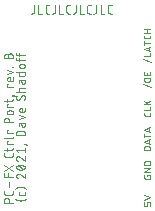
<source format=gbr>
G04 EAGLE Gerber RS-274X export*
G75*
%MOMM*%
%FSLAX34Y34*%
%LPD*%
%INSilkscreen Top*%
%IPPOS*%
%AMOC8*
5,1,8,0,0,1.08239X$1,22.5*%
G01*
%ADD10C,0.050800*%
%ADD11C,0.076200*%


D10*
X131826Y38354D02*
X131826Y40217D01*
X131824Y40287D01*
X131818Y40356D01*
X131808Y40425D01*
X131795Y40493D01*
X131777Y40561D01*
X131756Y40627D01*
X131731Y40692D01*
X131703Y40756D01*
X131671Y40818D01*
X131636Y40878D01*
X131597Y40936D01*
X131555Y40991D01*
X131510Y41045D01*
X131462Y41095D01*
X131412Y41143D01*
X131358Y41188D01*
X131303Y41230D01*
X131245Y41269D01*
X131185Y41304D01*
X131123Y41336D01*
X131059Y41364D01*
X130994Y41389D01*
X130928Y41410D01*
X130860Y41428D01*
X130792Y41441D01*
X130723Y41451D01*
X130654Y41457D01*
X130584Y41459D01*
X130584Y41458D02*
X129963Y41458D01*
X129963Y41459D02*
X129893Y41457D01*
X129824Y41451D01*
X129755Y41441D01*
X129687Y41428D01*
X129619Y41410D01*
X129553Y41389D01*
X129488Y41364D01*
X129424Y41336D01*
X129362Y41304D01*
X129302Y41269D01*
X129244Y41230D01*
X129189Y41188D01*
X129135Y41143D01*
X129085Y41095D01*
X129037Y41045D01*
X128992Y40991D01*
X128950Y40936D01*
X128911Y40878D01*
X128876Y40818D01*
X128844Y40756D01*
X128816Y40692D01*
X128791Y40627D01*
X128770Y40561D01*
X128752Y40493D01*
X128739Y40425D01*
X128729Y40356D01*
X128723Y40287D01*
X128721Y40217D01*
X128722Y40217D02*
X128722Y38354D01*
X126238Y38354D01*
X126238Y41458D01*
X126238Y43530D02*
X131826Y45393D01*
X126238Y47255D01*
X128722Y63387D02*
X128722Y64318D01*
X131826Y64318D01*
X131826Y62456D01*
X131824Y62386D01*
X131818Y62317D01*
X131808Y62248D01*
X131795Y62180D01*
X131777Y62112D01*
X131756Y62046D01*
X131731Y61981D01*
X131703Y61917D01*
X131671Y61855D01*
X131636Y61795D01*
X131597Y61737D01*
X131555Y61682D01*
X131510Y61628D01*
X131462Y61578D01*
X131412Y61530D01*
X131358Y61485D01*
X131303Y61443D01*
X131245Y61404D01*
X131185Y61369D01*
X131123Y61337D01*
X131059Y61309D01*
X130994Y61284D01*
X130928Y61263D01*
X130860Y61245D01*
X130792Y61232D01*
X130723Y61222D01*
X130654Y61216D01*
X130584Y61214D01*
X127480Y61214D01*
X127410Y61216D01*
X127341Y61222D01*
X127272Y61232D01*
X127204Y61245D01*
X127136Y61263D01*
X127070Y61284D01*
X127005Y61309D01*
X126941Y61337D01*
X126879Y61369D01*
X126819Y61404D01*
X126761Y61443D01*
X126706Y61485D01*
X126652Y61530D01*
X126602Y61578D01*
X126554Y61628D01*
X126509Y61682D01*
X126467Y61737D01*
X126428Y61795D01*
X126393Y61855D01*
X126361Y61917D01*
X126333Y61981D01*
X126308Y62046D01*
X126287Y62112D01*
X126269Y62180D01*
X126256Y62248D01*
X126246Y62317D01*
X126240Y62386D01*
X126238Y62456D01*
X126238Y64318D01*
X126238Y67066D02*
X131826Y67066D01*
X131826Y70171D02*
X126238Y67066D01*
X126238Y70171D02*
X131826Y70171D01*
X131826Y72918D02*
X126238Y72918D01*
X126238Y74470D01*
X126240Y74546D01*
X126245Y74622D01*
X126255Y74698D01*
X126268Y74773D01*
X126285Y74847D01*
X126305Y74921D01*
X126329Y74993D01*
X126356Y75064D01*
X126387Y75134D01*
X126421Y75202D01*
X126459Y75268D01*
X126500Y75332D01*
X126543Y75395D01*
X126590Y75455D01*
X126640Y75512D01*
X126693Y75567D01*
X126748Y75620D01*
X126805Y75670D01*
X126865Y75717D01*
X126928Y75760D01*
X126992Y75801D01*
X127058Y75839D01*
X127126Y75873D01*
X127196Y75904D01*
X127267Y75931D01*
X127340Y75955D01*
X127413Y75975D01*
X127487Y75992D01*
X127562Y76005D01*
X127638Y76015D01*
X127714Y76020D01*
X127790Y76022D01*
X127790Y76023D02*
X130274Y76023D01*
X130274Y76022D02*
X130350Y76020D01*
X130426Y76015D01*
X130502Y76005D01*
X130577Y75992D01*
X130651Y75975D01*
X130725Y75955D01*
X130797Y75931D01*
X130868Y75904D01*
X130938Y75873D01*
X131006Y75839D01*
X131072Y75801D01*
X131136Y75760D01*
X131199Y75717D01*
X131259Y75670D01*
X131316Y75620D01*
X131371Y75567D01*
X131424Y75512D01*
X131474Y75455D01*
X131521Y75395D01*
X131564Y75332D01*
X131605Y75268D01*
X131643Y75202D01*
X131677Y75134D01*
X131708Y75064D01*
X131735Y74993D01*
X131759Y74921D01*
X131779Y74847D01*
X131796Y74773D01*
X131809Y74698D01*
X131819Y74622D01*
X131824Y74546D01*
X131826Y74470D01*
X131826Y72918D01*
X131826Y85344D02*
X126238Y85344D01*
X126238Y86896D01*
X126240Y86972D01*
X126245Y87048D01*
X126255Y87124D01*
X126268Y87199D01*
X126285Y87273D01*
X126305Y87347D01*
X126329Y87419D01*
X126356Y87490D01*
X126387Y87560D01*
X126421Y87628D01*
X126459Y87694D01*
X126500Y87758D01*
X126543Y87821D01*
X126590Y87881D01*
X126640Y87938D01*
X126693Y87993D01*
X126748Y88046D01*
X126805Y88096D01*
X126865Y88143D01*
X126928Y88186D01*
X126992Y88227D01*
X127058Y88265D01*
X127126Y88299D01*
X127196Y88330D01*
X127267Y88357D01*
X127340Y88381D01*
X127413Y88401D01*
X127487Y88418D01*
X127562Y88431D01*
X127638Y88441D01*
X127714Y88446D01*
X127790Y88448D01*
X130274Y88448D01*
X130350Y88446D01*
X130426Y88441D01*
X130502Y88431D01*
X130577Y88418D01*
X130651Y88401D01*
X130725Y88381D01*
X130797Y88357D01*
X130868Y88330D01*
X130938Y88299D01*
X131006Y88265D01*
X131072Y88227D01*
X131136Y88186D01*
X131199Y88143D01*
X131259Y88096D01*
X131316Y88046D01*
X131371Y87993D01*
X131424Y87938D01*
X131474Y87881D01*
X131521Y87821D01*
X131564Y87758D01*
X131605Y87694D01*
X131643Y87628D01*
X131677Y87560D01*
X131708Y87490D01*
X131735Y87419D01*
X131759Y87347D01*
X131779Y87273D01*
X131796Y87199D01*
X131809Y87124D01*
X131819Y87048D01*
X131824Y86972D01*
X131826Y86896D01*
X131826Y85344D01*
X131826Y90703D02*
X126238Y92565D01*
X131826Y94428D01*
X130429Y93962D02*
X130429Y91168D01*
X131826Y97686D02*
X126238Y97686D01*
X126238Y96134D02*
X126238Y99238D01*
X126238Y102807D02*
X131826Y100944D01*
X131826Y104669D02*
X126238Y102807D01*
X130429Y104204D02*
X130429Y101410D01*
X131826Y115796D02*
X131826Y117038D01*
X131826Y115796D02*
X131824Y115726D01*
X131818Y115657D01*
X131808Y115588D01*
X131795Y115520D01*
X131777Y115452D01*
X131756Y115386D01*
X131731Y115321D01*
X131703Y115257D01*
X131671Y115195D01*
X131636Y115135D01*
X131597Y115077D01*
X131555Y115022D01*
X131510Y114968D01*
X131462Y114918D01*
X131412Y114870D01*
X131358Y114825D01*
X131303Y114783D01*
X131245Y114744D01*
X131185Y114709D01*
X131123Y114677D01*
X131059Y114649D01*
X130994Y114624D01*
X130928Y114603D01*
X130860Y114585D01*
X130792Y114572D01*
X130723Y114562D01*
X130654Y114556D01*
X130584Y114554D01*
X127480Y114554D01*
X127410Y114556D01*
X127341Y114562D01*
X127272Y114572D01*
X127204Y114585D01*
X127136Y114603D01*
X127070Y114624D01*
X127005Y114649D01*
X126941Y114677D01*
X126879Y114709D01*
X126819Y114744D01*
X126761Y114783D01*
X126706Y114825D01*
X126652Y114870D01*
X126602Y114918D01*
X126554Y114968D01*
X126509Y115022D01*
X126467Y115077D01*
X126428Y115135D01*
X126393Y115195D01*
X126361Y115257D01*
X126333Y115321D01*
X126308Y115386D01*
X126287Y115452D01*
X126269Y115520D01*
X126256Y115588D01*
X126246Y115657D01*
X126240Y115726D01*
X126238Y115796D01*
X126238Y117038D01*
X126238Y119336D02*
X131826Y119336D01*
X131826Y121820D01*
X131826Y124163D02*
X126238Y124163D01*
X126238Y127267D02*
X129653Y124163D01*
X128411Y125405D02*
X131826Y127267D01*
X132447Y138684D02*
X125617Y141168D01*
X127790Y143311D02*
X130274Y143311D01*
X127790Y143312D02*
X127713Y143314D01*
X127635Y143320D01*
X127559Y143329D01*
X127482Y143343D01*
X127407Y143360D01*
X127333Y143381D01*
X127259Y143406D01*
X127187Y143434D01*
X127117Y143466D01*
X127048Y143501D01*
X126981Y143540D01*
X126916Y143582D01*
X126853Y143627D01*
X126792Y143675D01*
X126734Y143726D01*
X126679Y143780D01*
X126626Y143837D01*
X126577Y143896D01*
X126530Y143958D01*
X126486Y144022D01*
X126446Y144088D01*
X126409Y144156D01*
X126375Y144226D01*
X126345Y144297D01*
X126319Y144370D01*
X126296Y144444D01*
X126277Y144519D01*
X126262Y144594D01*
X126250Y144671D01*
X126242Y144748D01*
X126238Y144825D01*
X126238Y144903D01*
X126242Y144980D01*
X126250Y145057D01*
X126262Y145134D01*
X126277Y145209D01*
X126296Y145284D01*
X126319Y145358D01*
X126345Y145431D01*
X126375Y145502D01*
X126409Y145572D01*
X126446Y145640D01*
X126486Y145706D01*
X126530Y145770D01*
X126577Y145832D01*
X126626Y145891D01*
X126679Y145948D01*
X126734Y146002D01*
X126792Y146053D01*
X126853Y146101D01*
X126916Y146146D01*
X126981Y146188D01*
X127048Y146227D01*
X127117Y146262D01*
X127187Y146294D01*
X127259Y146322D01*
X127333Y146347D01*
X127407Y146368D01*
X127482Y146385D01*
X127559Y146399D01*
X127635Y146408D01*
X127713Y146414D01*
X127790Y146416D01*
X130274Y146416D01*
X130351Y146414D01*
X130429Y146408D01*
X130505Y146399D01*
X130582Y146385D01*
X130657Y146368D01*
X130731Y146347D01*
X130805Y146322D01*
X130877Y146294D01*
X130947Y146262D01*
X131016Y146227D01*
X131083Y146188D01*
X131148Y146146D01*
X131211Y146101D01*
X131272Y146053D01*
X131330Y146002D01*
X131385Y145948D01*
X131438Y145891D01*
X131487Y145832D01*
X131534Y145770D01*
X131578Y145706D01*
X131618Y145640D01*
X131655Y145572D01*
X131689Y145502D01*
X131719Y145431D01*
X131745Y145358D01*
X131768Y145284D01*
X131787Y145209D01*
X131802Y145134D01*
X131814Y145057D01*
X131822Y144980D01*
X131826Y144903D01*
X131826Y144825D01*
X131822Y144748D01*
X131814Y144671D01*
X131802Y144594D01*
X131787Y144519D01*
X131768Y144444D01*
X131745Y144370D01*
X131719Y144297D01*
X131689Y144226D01*
X131655Y144156D01*
X131618Y144088D01*
X131578Y144022D01*
X131534Y143958D01*
X131487Y143896D01*
X131438Y143837D01*
X131385Y143780D01*
X131330Y143726D01*
X131272Y143675D01*
X131211Y143627D01*
X131148Y143582D01*
X131083Y143540D01*
X131016Y143501D01*
X130947Y143466D01*
X130877Y143434D01*
X130805Y143406D01*
X130731Y143381D01*
X130657Y143360D01*
X130582Y143343D01*
X130505Y143329D01*
X130429Y143320D01*
X130351Y143314D01*
X130274Y143312D01*
X131826Y148992D02*
X131826Y151475D01*
X131826Y148992D02*
X126238Y148992D01*
X126238Y151475D01*
X128722Y150854D02*
X128722Y148992D01*
X132447Y160274D02*
X125617Y162758D01*
X126238Y165095D02*
X131826Y165095D01*
X131826Y167579D01*
X131826Y169346D02*
X126238Y171208D01*
X131826Y173071D01*
X130429Y172605D02*
X130429Y169811D01*
X131826Y176329D02*
X126238Y176329D01*
X126238Y174777D02*
X126238Y177881D01*
X131826Y181123D02*
X131826Y182365D01*
X131826Y181123D02*
X131824Y181053D01*
X131818Y180984D01*
X131808Y180915D01*
X131795Y180847D01*
X131777Y180779D01*
X131756Y180713D01*
X131731Y180648D01*
X131703Y180584D01*
X131671Y180522D01*
X131636Y180462D01*
X131597Y180404D01*
X131555Y180349D01*
X131510Y180295D01*
X131462Y180245D01*
X131412Y180197D01*
X131358Y180152D01*
X131303Y180110D01*
X131245Y180071D01*
X131185Y180036D01*
X131123Y180004D01*
X131059Y179976D01*
X130994Y179951D01*
X130928Y179930D01*
X130860Y179912D01*
X130792Y179899D01*
X130723Y179889D01*
X130654Y179883D01*
X130584Y179881D01*
X127480Y179881D01*
X127410Y179883D01*
X127341Y179889D01*
X127272Y179899D01*
X127204Y179912D01*
X127136Y179930D01*
X127070Y179951D01*
X127005Y179976D01*
X126941Y180004D01*
X126879Y180036D01*
X126819Y180071D01*
X126761Y180110D01*
X126706Y180152D01*
X126652Y180197D01*
X126602Y180245D01*
X126554Y180295D01*
X126509Y180349D01*
X126467Y180404D01*
X126428Y180462D01*
X126393Y180522D01*
X126361Y180584D01*
X126333Y180648D01*
X126308Y180713D01*
X126287Y180779D01*
X126269Y180847D01*
X126256Y180915D01*
X126246Y180984D01*
X126240Y181053D01*
X126238Y181123D01*
X126238Y182365D01*
X126238Y184652D02*
X131826Y184652D01*
X128722Y184652D02*
X128722Y187757D01*
X126238Y187757D02*
X131826Y187757D01*
D11*
X15367Y40760D02*
X8001Y40760D01*
X8001Y42806D01*
X8003Y42895D01*
X8009Y42984D01*
X8019Y43073D01*
X8032Y43161D01*
X8049Y43249D01*
X8071Y43336D01*
X8096Y43421D01*
X8124Y43506D01*
X8157Y43589D01*
X8193Y43671D01*
X8232Y43751D01*
X8275Y43829D01*
X8321Y43905D01*
X8371Y43980D01*
X8424Y44052D01*
X8480Y44121D01*
X8539Y44188D01*
X8600Y44253D01*
X8665Y44314D01*
X8732Y44373D01*
X8801Y44429D01*
X8873Y44482D01*
X8948Y44532D01*
X9024Y44578D01*
X9102Y44621D01*
X9182Y44660D01*
X9264Y44696D01*
X9347Y44729D01*
X9432Y44757D01*
X9517Y44782D01*
X9604Y44804D01*
X9692Y44821D01*
X9780Y44834D01*
X9869Y44844D01*
X9958Y44850D01*
X10047Y44852D01*
X10136Y44850D01*
X10225Y44844D01*
X10314Y44834D01*
X10402Y44821D01*
X10490Y44804D01*
X10577Y44782D01*
X10662Y44757D01*
X10747Y44729D01*
X10830Y44696D01*
X10912Y44660D01*
X10992Y44621D01*
X11070Y44578D01*
X11146Y44532D01*
X11221Y44482D01*
X11293Y44429D01*
X11362Y44373D01*
X11429Y44314D01*
X11494Y44253D01*
X11555Y44188D01*
X11614Y44121D01*
X11670Y44052D01*
X11723Y43980D01*
X11773Y43905D01*
X11819Y43829D01*
X11862Y43751D01*
X11901Y43671D01*
X11937Y43589D01*
X11970Y43506D01*
X11998Y43421D01*
X12023Y43336D01*
X12045Y43249D01*
X12062Y43161D01*
X12075Y43073D01*
X12085Y42984D01*
X12091Y42895D01*
X12093Y42806D01*
X12093Y40760D01*
X15367Y49327D02*
X15367Y50964D01*
X15367Y49327D02*
X15365Y49249D01*
X15360Y49171D01*
X15350Y49094D01*
X15337Y49017D01*
X15321Y48941D01*
X15301Y48866D01*
X15277Y48792D01*
X15250Y48719D01*
X15219Y48647D01*
X15185Y48577D01*
X15148Y48509D01*
X15107Y48442D01*
X15063Y48377D01*
X15017Y48315D01*
X14967Y48255D01*
X14915Y48197D01*
X14860Y48142D01*
X14802Y48090D01*
X14742Y48040D01*
X14680Y47994D01*
X14615Y47950D01*
X14549Y47909D01*
X14480Y47872D01*
X14410Y47838D01*
X14338Y47807D01*
X14265Y47780D01*
X14191Y47756D01*
X14116Y47736D01*
X14040Y47720D01*
X13963Y47707D01*
X13886Y47697D01*
X13808Y47692D01*
X13730Y47690D01*
X9638Y47690D01*
X9558Y47692D01*
X9478Y47698D01*
X9398Y47708D01*
X9319Y47721D01*
X9240Y47739D01*
X9163Y47760D01*
X9087Y47786D01*
X9012Y47815D01*
X8938Y47847D01*
X8866Y47883D01*
X8796Y47923D01*
X8729Y47966D01*
X8663Y48012D01*
X8600Y48062D01*
X8539Y48114D01*
X8480Y48169D01*
X8425Y48228D01*
X8373Y48288D01*
X8323Y48352D01*
X8277Y48417D01*
X8234Y48485D01*
X8194Y48555D01*
X8158Y48627D01*
X8126Y48701D01*
X8097Y48775D01*
X8072Y48852D01*
X8050Y48929D01*
X8032Y49008D01*
X8019Y49087D01*
X8009Y49166D01*
X8003Y49247D01*
X8001Y49327D01*
X8001Y50964D01*
X12502Y53888D02*
X12502Y58799D01*
X15367Y62360D02*
X8001Y62360D01*
X8001Y65633D01*
X11275Y65633D02*
X11275Y62360D01*
X15367Y68031D02*
X8001Y72941D01*
X8001Y68031D02*
X15367Y72941D01*
X15367Y81270D02*
X15367Y82907D01*
X15367Y81270D02*
X15365Y81192D01*
X15360Y81114D01*
X15350Y81037D01*
X15337Y80960D01*
X15321Y80884D01*
X15301Y80809D01*
X15277Y80735D01*
X15250Y80662D01*
X15219Y80590D01*
X15185Y80520D01*
X15148Y80452D01*
X15107Y80385D01*
X15063Y80320D01*
X15017Y80258D01*
X14967Y80198D01*
X14915Y80140D01*
X14860Y80085D01*
X14802Y80033D01*
X14742Y79983D01*
X14680Y79937D01*
X14615Y79893D01*
X14549Y79852D01*
X14480Y79815D01*
X14410Y79781D01*
X14338Y79750D01*
X14265Y79723D01*
X14191Y79699D01*
X14116Y79679D01*
X14040Y79663D01*
X13963Y79650D01*
X13886Y79640D01*
X13808Y79635D01*
X13730Y79633D01*
X9638Y79633D01*
X9558Y79635D01*
X9478Y79641D01*
X9398Y79651D01*
X9319Y79664D01*
X9240Y79682D01*
X9163Y79703D01*
X9087Y79729D01*
X9012Y79758D01*
X8938Y79790D01*
X8866Y79826D01*
X8796Y79866D01*
X8729Y79909D01*
X8663Y79955D01*
X8600Y80005D01*
X8539Y80057D01*
X8480Y80112D01*
X8425Y80171D01*
X8373Y80231D01*
X8323Y80295D01*
X8277Y80360D01*
X8234Y80428D01*
X8194Y80498D01*
X8158Y80570D01*
X8126Y80644D01*
X8097Y80718D01*
X8072Y80795D01*
X8050Y80872D01*
X8032Y80951D01*
X8019Y81030D01*
X8009Y81109D01*
X8003Y81190D01*
X8001Y81270D01*
X8001Y82907D01*
X10456Y85044D02*
X10456Y87499D01*
X8001Y85862D02*
X14139Y85862D01*
X14208Y85864D01*
X14276Y85870D01*
X14345Y85879D01*
X14412Y85893D01*
X14479Y85910D01*
X14545Y85931D01*
X14609Y85955D01*
X14672Y85984D01*
X14733Y86015D01*
X14792Y86050D01*
X14850Y86088D01*
X14905Y86130D01*
X14957Y86174D01*
X15007Y86222D01*
X15055Y86272D01*
X15099Y86324D01*
X15141Y86379D01*
X15179Y86437D01*
X15214Y86496D01*
X15245Y86557D01*
X15274Y86620D01*
X15298Y86684D01*
X15319Y86750D01*
X15336Y86817D01*
X15350Y86884D01*
X15359Y86953D01*
X15365Y87021D01*
X15367Y87090D01*
X15367Y87499D01*
X15367Y90597D02*
X10456Y90597D01*
X10456Y93052D01*
X11275Y93052D01*
X14139Y95510D02*
X8001Y95510D01*
X14139Y95510D02*
X14208Y95512D01*
X14276Y95518D01*
X14345Y95527D01*
X14412Y95541D01*
X14479Y95558D01*
X14545Y95579D01*
X14609Y95603D01*
X14672Y95632D01*
X14733Y95663D01*
X14792Y95698D01*
X14850Y95736D01*
X14905Y95778D01*
X14957Y95822D01*
X15007Y95870D01*
X15055Y95920D01*
X15099Y95972D01*
X15141Y96027D01*
X15179Y96085D01*
X15214Y96144D01*
X15245Y96205D01*
X15274Y96268D01*
X15298Y96332D01*
X15319Y96398D01*
X15336Y96465D01*
X15350Y96532D01*
X15359Y96601D01*
X15365Y96669D01*
X15367Y96738D01*
X15367Y99619D02*
X10456Y99619D01*
X10456Y102074D01*
X11275Y102074D01*
X8001Y108791D02*
X15367Y108791D01*
X8001Y108791D02*
X8001Y110837D01*
X8003Y110926D01*
X8009Y111015D01*
X8019Y111104D01*
X8032Y111192D01*
X8049Y111280D01*
X8071Y111367D01*
X8096Y111452D01*
X8124Y111537D01*
X8157Y111620D01*
X8193Y111702D01*
X8232Y111782D01*
X8275Y111860D01*
X8321Y111936D01*
X8371Y112011D01*
X8424Y112083D01*
X8480Y112152D01*
X8539Y112219D01*
X8600Y112284D01*
X8665Y112345D01*
X8732Y112404D01*
X8801Y112460D01*
X8873Y112513D01*
X8948Y112563D01*
X9024Y112609D01*
X9102Y112652D01*
X9182Y112691D01*
X9264Y112727D01*
X9347Y112760D01*
X9432Y112788D01*
X9517Y112813D01*
X9604Y112835D01*
X9692Y112852D01*
X9780Y112865D01*
X9869Y112875D01*
X9958Y112881D01*
X10047Y112883D01*
X10136Y112881D01*
X10225Y112875D01*
X10314Y112865D01*
X10402Y112852D01*
X10490Y112835D01*
X10577Y112813D01*
X10662Y112788D01*
X10747Y112760D01*
X10830Y112727D01*
X10912Y112691D01*
X10992Y112652D01*
X11070Y112609D01*
X11146Y112563D01*
X11221Y112513D01*
X11293Y112460D01*
X11362Y112404D01*
X11429Y112345D01*
X11494Y112284D01*
X11555Y112219D01*
X11614Y112152D01*
X11670Y112083D01*
X11723Y112011D01*
X11773Y111936D01*
X11819Y111860D01*
X11862Y111782D01*
X11901Y111702D01*
X11937Y111620D01*
X11970Y111537D01*
X11998Y111452D01*
X12023Y111367D01*
X12045Y111280D01*
X12062Y111192D01*
X12075Y111104D01*
X12085Y111015D01*
X12091Y110926D01*
X12093Y110837D01*
X12093Y108791D01*
X12093Y115666D02*
X13730Y115666D01*
X12093Y115666D02*
X12014Y115668D01*
X11935Y115674D01*
X11856Y115683D01*
X11778Y115696D01*
X11701Y115714D01*
X11625Y115734D01*
X11550Y115759D01*
X11476Y115787D01*
X11403Y115818D01*
X11332Y115854D01*
X11263Y115892D01*
X11196Y115934D01*
X11131Y115979D01*
X11068Y116027D01*
X11007Y116078D01*
X10950Y116132D01*
X10894Y116188D01*
X10842Y116247D01*
X10792Y116309D01*
X10746Y116373D01*
X10702Y116439D01*
X10662Y116507D01*
X10626Y116577D01*
X10592Y116649D01*
X10562Y116723D01*
X10536Y116797D01*
X10513Y116873D01*
X10495Y116950D01*
X10479Y117027D01*
X10468Y117106D01*
X10460Y117184D01*
X10456Y117263D01*
X10456Y117343D01*
X10460Y117422D01*
X10468Y117500D01*
X10479Y117579D01*
X10495Y117656D01*
X10513Y117733D01*
X10536Y117809D01*
X10562Y117883D01*
X10592Y117957D01*
X10626Y118029D01*
X10662Y118099D01*
X10702Y118167D01*
X10746Y118233D01*
X10792Y118297D01*
X10842Y118359D01*
X10894Y118418D01*
X10950Y118474D01*
X11007Y118528D01*
X11068Y118579D01*
X11131Y118627D01*
X11196Y118672D01*
X11263Y118714D01*
X11332Y118752D01*
X11403Y118788D01*
X11476Y118819D01*
X11550Y118847D01*
X11625Y118872D01*
X11701Y118892D01*
X11778Y118910D01*
X11856Y118923D01*
X11935Y118932D01*
X12014Y118938D01*
X12093Y118940D01*
X13730Y118940D01*
X13809Y118938D01*
X13888Y118932D01*
X13967Y118923D01*
X14045Y118910D01*
X14122Y118892D01*
X14198Y118872D01*
X14273Y118847D01*
X14347Y118819D01*
X14420Y118788D01*
X14491Y118752D01*
X14560Y118714D01*
X14627Y118672D01*
X14692Y118627D01*
X14755Y118579D01*
X14816Y118528D01*
X14873Y118474D01*
X14929Y118418D01*
X14981Y118359D01*
X15031Y118297D01*
X15077Y118233D01*
X15121Y118167D01*
X15161Y118099D01*
X15197Y118029D01*
X15231Y117957D01*
X15261Y117883D01*
X15287Y117809D01*
X15310Y117733D01*
X15328Y117656D01*
X15344Y117579D01*
X15355Y117500D01*
X15363Y117422D01*
X15367Y117343D01*
X15367Y117263D01*
X15363Y117184D01*
X15355Y117106D01*
X15344Y117027D01*
X15328Y116950D01*
X15310Y116873D01*
X15287Y116797D01*
X15261Y116723D01*
X15231Y116649D01*
X15197Y116577D01*
X15161Y116507D01*
X15121Y116439D01*
X15077Y116373D01*
X15031Y116309D01*
X14981Y116247D01*
X14929Y116188D01*
X14873Y116132D01*
X14816Y116078D01*
X14755Y116027D01*
X14692Y115979D01*
X14627Y115934D01*
X14560Y115892D01*
X14491Y115854D01*
X14420Y115818D01*
X14347Y115787D01*
X14273Y115759D01*
X14198Y115734D01*
X14122Y115714D01*
X14045Y115696D01*
X13967Y115683D01*
X13888Y115674D01*
X13809Y115668D01*
X13730Y115666D01*
X15367Y122296D02*
X10456Y122296D01*
X10456Y124751D01*
X11275Y124751D01*
X10456Y126496D02*
X10456Y128951D01*
X8001Y127315D02*
X14139Y127315D01*
X14139Y127314D02*
X14208Y127316D01*
X14276Y127322D01*
X14345Y127331D01*
X14412Y127345D01*
X14479Y127362D01*
X14545Y127383D01*
X14609Y127407D01*
X14672Y127436D01*
X14733Y127467D01*
X14792Y127502D01*
X14850Y127540D01*
X14905Y127582D01*
X14957Y127626D01*
X15007Y127674D01*
X15055Y127724D01*
X15099Y127776D01*
X15141Y127831D01*
X15179Y127889D01*
X15214Y127948D01*
X15245Y128009D01*
X15274Y128072D01*
X15298Y128136D01*
X15319Y128202D01*
X15336Y128269D01*
X15350Y128336D01*
X15359Y128405D01*
X15365Y128473D01*
X15367Y128542D01*
X15367Y128951D01*
X15367Y131455D02*
X15367Y131864D01*
X15367Y131455D02*
X14958Y131455D01*
X14958Y131864D01*
X15367Y131864D01*
X17004Y131250D01*
X15367Y138877D02*
X10456Y138877D01*
X10456Y141332D01*
X11275Y141332D01*
X15367Y144935D02*
X15367Y146981D01*
X15367Y144935D02*
X15365Y144866D01*
X15359Y144798D01*
X15350Y144729D01*
X15336Y144662D01*
X15319Y144595D01*
X15298Y144529D01*
X15274Y144465D01*
X15245Y144402D01*
X15214Y144341D01*
X15179Y144282D01*
X15141Y144224D01*
X15099Y144169D01*
X15055Y144117D01*
X15007Y144067D01*
X14957Y144019D01*
X14905Y143975D01*
X14850Y143934D01*
X14792Y143895D01*
X14733Y143860D01*
X14672Y143829D01*
X14609Y143800D01*
X14545Y143776D01*
X14479Y143755D01*
X14412Y143738D01*
X14345Y143724D01*
X14277Y143715D01*
X14208Y143709D01*
X14139Y143707D01*
X12093Y143707D01*
X12014Y143709D01*
X11935Y143715D01*
X11856Y143724D01*
X11778Y143737D01*
X11701Y143755D01*
X11625Y143775D01*
X11550Y143800D01*
X11476Y143828D01*
X11403Y143859D01*
X11332Y143895D01*
X11263Y143933D01*
X11196Y143975D01*
X11131Y144020D01*
X11068Y144068D01*
X11007Y144119D01*
X10950Y144173D01*
X10894Y144229D01*
X10842Y144288D01*
X10792Y144350D01*
X10746Y144414D01*
X10702Y144480D01*
X10662Y144548D01*
X10626Y144618D01*
X10592Y144690D01*
X10562Y144764D01*
X10536Y144838D01*
X10513Y144914D01*
X10495Y144991D01*
X10479Y145068D01*
X10468Y145147D01*
X10460Y145225D01*
X10456Y145304D01*
X10456Y145384D01*
X10460Y145463D01*
X10468Y145541D01*
X10479Y145620D01*
X10495Y145697D01*
X10513Y145774D01*
X10536Y145850D01*
X10562Y145924D01*
X10592Y145998D01*
X10626Y146070D01*
X10662Y146140D01*
X10702Y146208D01*
X10746Y146274D01*
X10792Y146338D01*
X10842Y146400D01*
X10894Y146459D01*
X10950Y146515D01*
X11007Y146569D01*
X11068Y146620D01*
X11131Y146668D01*
X11196Y146713D01*
X11263Y146755D01*
X11332Y146793D01*
X11403Y146829D01*
X11476Y146860D01*
X11550Y146888D01*
X11625Y146913D01*
X11701Y146933D01*
X11778Y146951D01*
X11856Y146964D01*
X11935Y146973D01*
X12014Y146979D01*
X12093Y146981D01*
X12912Y146981D01*
X12912Y143707D01*
X10456Y149803D02*
X15367Y151440D01*
X10456Y153077D01*
X14958Y155625D02*
X15367Y155625D01*
X14958Y155625D02*
X14958Y156034D01*
X15367Y156034D01*
X15367Y155625D01*
X11275Y163167D02*
X11275Y165213D01*
X11277Y165302D01*
X11283Y165391D01*
X11293Y165480D01*
X11306Y165568D01*
X11323Y165656D01*
X11345Y165743D01*
X11370Y165828D01*
X11398Y165913D01*
X11431Y165996D01*
X11467Y166078D01*
X11506Y166158D01*
X11549Y166236D01*
X11595Y166312D01*
X11645Y166387D01*
X11698Y166459D01*
X11754Y166528D01*
X11813Y166595D01*
X11874Y166660D01*
X11939Y166721D01*
X12006Y166780D01*
X12075Y166836D01*
X12147Y166889D01*
X12222Y166939D01*
X12298Y166985D01*
X12376Y167028D01*
X12456Y167067D01*
X12538Y167103D01*
X12621Y167136D01*
X12706Y167164D01*
X12791Y167189D01*
X12878Y167211D01*
X12966Y167228D01*
X13054Y167241D01*
X13143Y167251D01*
X13232Y167257D01*
X13321Y167259D01*
X13410Y167257D01*
X13499Y167251D01*
X13588Y167241D01*
X13676Y167228D01*
X13764Y167211D01*
X13851Y167189D01*
X13936Y167164D01*
X14021Y167136D01*
X14104Y167103D01*
X14186Y167067D01*
X14266Y167028D01*
X14344Y166985D01*
X14420Y166939D01*
X14495Y166889D01*
X14567Y166836D01*
X14636Y166780D01*
X14703Y166721D01*
X14768Y166660D01*
X14829Y166595D01*
X14888Y166528D01*
X14944Y166459D01*
X14997Y166387D01*
X15047Y166312D01*
X15093Y166236D01*
X15136Y166158D01*
X15175Y166078D01*
X15211Y165996D01*
X15244Y165913D01*
X15272Y165828D01*
X15297Y165743D01*
X15319Y165656D01*
X15336Y165568D01*
X15349Y165480D01*
X15359Y165391D01*
X15365Y165302D01*
X15367Y165213D01*
X15367Y163167D01*
X8001Y163167D01*
X8001Y165213D01*
X8003Y165292D01*
X8009Y165371D01*
X8018Y165450D01*
X8031Y165528D01*
X8049Y165605D01*
X8069Y165681D01*
X8094Y165756D01*
X8122Y165830D01*
X8153Y165903D01*
X8189Y165974D01*
X8227Y166043D01*
X8269Y166110D01*
X8314Y166175D01*
X8362Y166238D01*
X8413Y166299D01*
X8467Y166356D01*
X8523Y166412D01*
X8582Y166464D01*
X8644Y166514D01*
X8708Y166560D01*
X8774Y166604D01*
X8842Y166644D01*
X8912Y166680D01*
X8984Y166714D01*
X9058Y166744D01*
X9132Y166770D01*
X9208Y166793D01*
X9285Y166811D01*
X9362Y166827D01*
X9441Y166838D01*
X9519Y166846D01*
X9598Y166850D01*
X9678Y166850D01*
X9757Y166846D01*
X9835Y166838D01*
X9914Y166827D01*
X9991Y166811D01*
X10068Y166793D01*
X10144Y166770D01*
X10218Y166744D01*
X10292Y166714D01*
X10364Y166680D01*
X10434Y166644D01*
X10502Y166604D01*
X10568Y166560D01*
X10632Y166514D01*
X10694Y166464D01*
X10753Y166412D01*
X10809Y166356D01*
X10863Y166299D01*
X10914Y166238D01*
X10962Y166175D01*
X11007Y166110D01*
X11049Y166043D01*
X11087Y165974D01*
X11123Y165903D01*
X11154Y165830D01*
X11182Y165756D01*
X11207Y165681D01*
X11227Y165605D01*
X11245Y165528D01*
X11258Y165450D01*
X11267Y165371D01*
X11273Y165292D01*
X11275Y165213D01*
X17343Y44322D02*
X17473Y44215D01*
X17606Y44112D01*
X17741Y44011D01*
X17879Y43914D01*
X18019Y43821D01*
X18162Y43730D01*
X18306Y43643D01*
X18453Y43560D01*
X18601Y43480D01*
X18752Y43404D01*
X18904Y43332D01*
X19058Y43263D01*
X19213Y43198D01*
X19370Y43136D01*
X19528Y43079D01*
X19688Y43025D01*
X19849Y42975D01*
X20011Y42929D01*
X20175Y42887D01*
X20339Y42849D01*
X20504Y42814D01*
X20670Y42784D01*
X20836Y42758D01*
X21003Y42736D01*
X21171Y42717D01*
X21339Y42703D01*
X21507Y42693D01*
X21675Y42687D01*
X21844Y42685D01*
X22013Y42687D01*
X22181Y42693D01*
X22349Y42703D01*
X22517Y42717D01*
X22685Y42736D01*
X22852Y42758D01*
X23018Y42784D01*
X23184Y42814D01*
X23349Y42849D01*
X23513Y42887D01*
X23677Y42929D01*
X23839Y42975D01*
X24000Y43025D01*
X24160Y43079D01*
X24318Y43136D01*
X24475Y43198D01*
X24630Y43263D01*
X24784Y43332D01*
X24936Y43404D01*
X25087Y43480D01*
X25235Y43560D01*
X25382Y43643D01*
X25526Y43730D01*
X25669Y43821D01*
X25809Y43914D01*
X25947Y44011D01*
X26082Y44112D01*
X26215Y44215D01*
X26345Y44322D01*
X25527Y48447D02*
X25527Y50084D01*
X25527Y48447D02*
X25525Y48378D01*
X25519Y48310D01*
X25510Y48241D01*
X25496Y48174D01*
X25479Y48107D01*
X25458Y48041D01*
X25434Y47977D01*
X25405Y47914D01*
X25374Y47853D01*
X25339Y47794D01*
X25301Y47736D01*
X25259Y47681D01*
X25215Y47629D01*
X25167Y47579D01*
X25117Y47531D01*
X25065Y47487D01*
X25010Y47446D01*
X24952Y47407D01*
X24893Y47372D01*
X24832Y47341D01*
X24769Y47312D01*
X24705Y47288D01*
X24639Y47267D01*
X24572Y47250D01*
X24505Y47236D01*
X24437Y47227D01*
X24368Y47221D01*
X24299Y47219D01*
X24299Y47220D02*
X21844Y47220D01*
X21844Y47219D02*
X21775Y47221D01*
X21707Y47227D01*
X21638Y47236D01*
X21571Y47250D01*
X21504Y47267D01*
X21438Y47288D01*
X21374Y47312D01*
X21311Y47341D01*
X21250Y47372D01*
X21191Y47407D01*
X21133Y47445D01*
X21078Y47487D01*
X21026Y47531D01*
X20976Y47579D01*
X20928Y47629D01*
X20884Y47681D01*
X20842Y47736D01*
X20804Y47794D01*
X20769Y47853D01*
X20738Y47914D01*
X20709Y47977D01*
X20685Y48041D01*
X20664Y48107D01*
X20647Y48174D01*
X20633Y48241D01*
X20624Y48310D01*
X20618Y48378D01*
X20616Y48447D01*
X20616Y50084D01*
X21844Y54278D02*
X22013Y54276D01*
X22181Y54270D01*
X22349Y54260D01*
X22517Y54246D01*
X22685Y54227D01*
X22852Y54205D01*
X23018Y54179D01*
X23184Y54149D01*
X23349Y54114D01*
X23513Y54076D01*
X23677Y54034D01*
X23839Y53988D01*
X24000Y53938D01*
X24160Y53884D01*
X24318Y53827D01*
X24475Y53765D01*
X24630Y53700D01*
X24784Y53631D01*
X24936Y53559D01*
X25087Y53483D01*
X25235Y53403D01*
X25382Y53320D01*
X25526Y53233D01*
X25669Y53142D01*
X25809Y53049D01*
X25947Y52952D01*
X26082Y52851D01*
X26215Y52748D01*
X26345Y52641D01*
X21844Y54278D02*
X21675Y54276D01*
X21507Y54270D01*
X21339Y54260D01*
X21171Y54246D01*
X21003Y54227D01*
X20836Y54205D01*
X20670Y54179D01*
X20504Y54149D01*
X20339Y54114D01*
X20175Y54076D01*
X20011Y54034D01*
X19849Y53988D01*
X19688Y53938D01*
X19528Y53884D01*
X19370Y53827D01*
X19213Y53765D01*
X19058Y53700D01*
X18904Y53631D01*
X18752Y53559D01*
X18601Y53483D01*
X18453Y53403D01*
X18306Y53320D01*
X18162Y53233D01*
X18019Y53142D01*
X17879Y53049D01*
X17741Y52952D01*
X17606Y52851D01*
X17473Y52748D01*
X17343Y52641D01*
X18161Y63682D02*
X18163Y63767D01*
X18169Y63852D01*
X18179Y63936D01*
X18192Y64020D01*
X18210Y64104D01*
X18231Y64186D01*
X18256Y64267D01*
X18285Y64347D01*
X18318Y64426D01*
X18354Y64503D01*
X18394Y64578D01*
X18437Y64652D01*
X18483Y64723D01*
X18533Y64792D01*
X18586Y64859D01*
X18642Y64923D01*
X18701Y64984D01*
X18762Y65043D01*
X18826Y65099D01*
X18893Y65152D01*
X18962Y65202D01*
X19033Y65248D01*
X19107Y65291D01*
X19182Y65331D01*
X19259Y65367D01*
X19338Y65400D01*
X19418Y65429D01*
X19499Y65454D01*
X19581Y65475D01*
X19665Y65493D01*
X19749Y65506D01*
X19833Y65516D01*
X19918Y65522D01*
X20003Y65524D01*
X18161Y63682D02*
X18163Y63586D01*
X18169Y63490D01*
X18179Y63395D01*
X18192Y63300D01*
X18210Y63205D01*
X18231Y63112D01*
X18256Y63019D01*
X18285Y62928D01*
X18317Y62837D01*
X18353Y62748D01*
X18393Y62661D01*
X18436Y62575D01*
X18482Y62491D01*
X18532Y62409D01*
X18586Y62329D01*
X18642Y62252D01*
X18702Y62177D01*
X18764Y62104D01*
X18830Y62034D01*
X18898Y61966D01*
X18969Y61901D01*
X19042Y61840D01*
X19118Y61781D01*
X19197Y61725D01*
X19277Y61673D01*
X19360Y61624D01*
X19444Y61578D01*
X19530Y61536D01*
X19618Y61498D01*
X19707Y61463D01*
X19798Y61431D01*
X21435Y64910D02*
X21376Y64970D01*
X21314Y65027D01*
X21250Y65082D01*
X21183Y65133D01*
X21114Y65182D01*
X21044Y65228D01*
X20971Y65271D01*
X20897Y65311D01*
X20821Y65347D01*
X20743Y65380D01*
X20664Y65410D01*
X20584Y65437D01*
X20503Y65460D01*
X20421Y65479D01*
X20339Y65495D01*
X20255Y65508D01*
X20171Y65517D01*
X20087Y65522D01*
X20003Y65524D01*
X21435Y64910D02*
X25527Y61432D01*
X25527Y65524D01*
X21844Y68747D02*
X21691Y68749D01*
X21538Y68755D01*
X21386Y68764D01*
X21233Y68778D01*
X21081Y68795D01*
X20930Y68816D01*
X20779Y68841D01*
X20629Y68870D01*
X20479Y68902D01*
X20331Y68939D01*
X20183Y68979D01*
X20036Y69022D01*
X19891Y69070D01*
X19747Y69121D01*
X19604Y69175D01*
X19462Y69234D01*
X19323Y69295D01*
X19184Y69361D01*
X19114Y69387D01*
X19044Y69417D01*
X18977Y69450D01*
X18911Y69486D01*
X18847Y69525D01*
X18785Y69568D01*
X18726Y69614D01*
X18668Y69662D01*
X18614Y69713D01*
X18561Y69767D01*
X18512Y69824D01*
X18465Y69883D01*
X18422Y69944D01*
X18381Y70007D01*
X18344Y70072D01*
X18309Y70139D01*
X18279Y70208D01*
X18251Y70278D01*
X18228Y70349D01*
X18207Y70421D01*
X18191Y70494D01*
X18178Y70568D01*
X18168Y70643D01*
X18163Y70718D01*
X18161Y70793D01*
X18163Y70868D01*
X18168Y70943D01*
X18178Y71018D01*
X18191Y71092D01*
X18207Y71165D01*
X18228Y71237D01*
X18251Y71308D01*
X18279Y71378D01*
X18309Y71447D01*
X18344Y71514D01*
X18381Y71579D01*
X18422Y71642D01*
X18465Y71703D01*
X18512Y71762D01*
X18561Y71819D01*
X18614Y71873D01*
X18668Y71924D01*
X18726Y71973D01*
X18785Y72018D01*
X18847Y72061D01*
X18911Y72100D01*
X18977Y72137D01*
X19045Y72169D01*
X19114Y72199D01*
X19184Y72225D01*
X19322Y72290D01*
X19462Y72352D01*
X19604Y72410D01*
X19747Y72465D01*
X19891Y72516D01*
X20036Y72564D01*
X20183Y72607D01*
X20330Y72647D01*
X20479Y72684D01*
X20629Y72716D01*
X20779Y72745D01*
X20930Y72770D01*
X21081Y72791D01*
X21233Y72808D01*
X21386Y72822D01*
X21538Y72831D01*
X21691Y72837D01*
X21844Y72839D01*
X21844Y68747D02*
X21997Y68749D01*
X22150Y68755D01*
X22302Y68764D01*
X22455Y68778D01*
X22607Y68795D01*
X22758Y68816D01*
X22909Y68841D01*
X23059Y68870D01*
X23209Y68902D01*
X23357Y68939D01*
X23505Y68979D01*
X23652Y69022D01*
X23797Y69070D01*
X23941Y69121D01*
X24084Y69175D01*
X24226Y69234D01*
X24365Y69295D01*
X24504Y69361D01*
X24575Y69387D01*
X24644Y69417D01*
X24711Y69450D01*
X24777Y69486D01*
X24841Y69525D01*
X24903Y69568D01*
X24962Y69614D01*
X25020Y69662D01*
X25074Y69713D01*
X25127Y69767D01*
X25176Y69824D01*
X25223Y69883D01*
X25266Y69944D01*
X25307Y70007D01*
X25344Y70072D01*
X25379Y70139D01*
X25409Y70208D01*
X25437Y70278D01*
X25460Y70349D01*
X25481Y70421D01*
X25497Y70494D01*
X25510Y70568D01*
X25520Y70643D01*
X25525Y70718D01*
X25527Y70793D01*
X24504Y72225D02*
X24366Y72290D01*
X24226Y72352D01*
X24084Y72410D01*
X23941Y72465D01*
X23797Y72516D01*
X23652Y72564D01*
X23505Y72607D01*
X23358Y72647D01*
X23209Y72684D01*
X23059Y72716D01*
X22909Y72745D01*
X22758Y72770D01*
X22607Y72791D01*
X22455Y72808D01*
X22302Y72822D01*
X22150Y72831D01*
X21997Y72837D01*
X21844Y72839D01*
X24504Y72225D02*
X24574Y72199D01*
X24644Y72169D01*
X24711Y72136D01*
X24777Y72100D01*
X24841Y72061D01*
X24903Y72018D01*
X24962Y71972D01*
X25020Y71924D01*
X25074Y71873D01*
X25127Y71819D01*
X25176Y71762D01*
X25223Y71703D01*
X25266Y71642D01*
X25307Y71579D01*
X25344Y71514D01*
X25379Y71447D01*
X25409Y71378D01*
X25437Y71308D01*
X25460Y71237D01*
X25481Y71165D01*
X25497Y71092D01*
X25510Y71018D01*
X25520Y70943D01*
X25525Y70868D01*
X25527Y70793D01*
X23890Y69156D02*
X19798Y72430D01*
X18161Y78313D02*
X18163Y78398D01*
X18169Y78483D01*
X18179Y78567D01*
X18192Y78651D01*
X18210Y78735D01*
X18231Y78817D01*
X18256Y78898D01*
X18285Y78978D01*
X18318Y79057D01*
X18354Y79134D01*
X18394Y79209D01*
X18437Y79283D01*
X18483Y79354D01*
X18533Y79423D01*
X18586Y79490D01*
X18642Y79554D01*
X18701Y79615D01*
X18762Y79674D01*
X18826Y79730D01*
X18893Y79783D01*
X18962Y79833D01*
X19033Y79879D01*
X19107Y79922D01*
X19182Y79962D01*
X19259Y79998D01*
X19338Y80031D01*
X19418Y80060D01*
X19499Y80085D01*
X19581Y80106D01*
X19665Y80124D01*
X19749Y80137D01*
X19833Y80147D01*
X19918Y80153D01*
X20003Y80155D01*
X18161Y78313D02*
X18163Y78217D01*
X18169Y78121D01*
X18179Y78026D01*
X18192Y77931D01*
X18210Y77836D01*
X18231Y77743D01*
X18256Y77650D01*
X18285Y77559D01*
X18317Y77468D01*
X18353Y77379D01*
X18393Y77292D01*
X18436Y77206D01*
X18482Y77122D01*
X18532Y77040D01*
X18586Y76960D01*
X18642Y76883D01*
X18702Y76808D01*
X18764Y76735D01*
X18830Y76665D01*
X18898Y76597D01*
X18969Y76532D01*
X19042Y76471D01*
X19118Y76412D01*
X19197Y76356D01*
X19277Y76304D01*
X19360Y76255D01*
X19444Y76209D01*
X19530Y76167D01*
X19618Y76129D01*
X19707Y76094D01*
X19798Y76062D01*
X21435Y79540D02*
X21376Y79600D01*
X21314Y79657D01*
X21250Y79712D01*
X21183Y79763D01*
X21114Y79812D01*
X21044Y79858D01*
X20971Y79901D01*
X20897Y79941D01*
X20821Y79977D01*
X20743Y80010D01*
X20664Y80040D01*
X20584Y80067D01*
X20503Y80090D01*
X20421Y80109D01*
X20339Y80125D01*
X20255Y80138D01*
X20171Y80147D01*
X20087Y80152D01*
X20003Y80154D01*
X21435Y79540D02*
X25527Y76062D01*
X25527Y80154D01*
X19798Y83377D02*
X18161Y85423D01*
X25527Y85423D01*
X25527Y83377D02*
X25527Y87469D01*
X25527Y90309D02*
X25527Y90719D01*
X25527Y90309D02*
X25118Y90309D01*
X25118Y90719D01*
X25527Y90719D01*
X27164Y90105D01*
X25527Y97764D02*
X18161Y97764D01*
X18161Y99810D01*
X18163Y99899D01*
X18169Y99988D01*
X18179Y100077D01*
X18192Y100165D01*
X18209Y100253D01*
X18231Y100340D01*
X18256Y100425D01*
X18284Y100510D01*
X18317Y100593D01*
X18353Y100675D01*
X18392Y100755D01*
X18435Y100833D01*
X18481Y100909D01*
X18531Y100984D01*
X18584Y101056D01*
X18640Y101125D01*
X18699Y101192D01*
X18760Y101257D01*
X18825Y101318D01*
X18892Y101377D01*
X18961Y101433D01*
X19033Y101486D01*
X19108Y101536D01*
X19184Y101582D01*
X19262Y101625D01*
X19342Y101664D01*
X19424Y101700D01*
X19507Y101733D01*
X19592Y101761D01*
X19677Y101786D01*
X19764Y101808D01*
X19852Y101825D01*
X19940Y101838D01*
X20029Y101848D01*
X20118Y101854D01*
X20207Y101856D01*
X23481Y101856D01*
X23570Y101854D01*
X23659Y101848D01*
X23748Y101838D01*
X23836Y101825D01*
X23924Y101808D01*
X24011Y101786D01*
X24096Y101761D01*
X24181Y101733D01*
X24264Y101700D01*
X24346Y101664D01*
X24426Y101625D01*
X24504Y101582D01*
X24580Y101536D01*
X24655Y101486D01*
X24727Y101433D01*
X24796Y101377D01*
X24863Y101318D01*
X24928Y101257D01*
X24989Y101192D01*
X25048Y101125D01*
X25104Y101056D01*
X25157Y100984D01*
X25207Y100909D01*
X25253Y100833D01*
X25296Y100755D01*
X25335Y100675D01*
X25371Y100593D01*
X25404Y100510D01*
X25432Y100425D01*
X25457Y100340D01*
X25479Y100253D01*
X25496Y100165D01*
X25509Y100077D01*
X25519Y99988D01*
X25525Y99899D01*
X25527Y99810D01*
X25527Y97764D01*
X22662Y106636D02*
X22662Y108477D01*
X22663Y106636D02*
X22665Y106561D01*
X22671Y106486D01*
X22681Y106412D01*
X22694Y106338D01*
X22712Y106265D01*
X22733Y106193D01*
X22758Y106123D01*
X22787Y106054D01*
X22819Y105986D01*
X22855Y105920D01*
X22894Y105856D01*
X22936Y105794D01*
X22982Y105735D01*
X23031Y105678D01*
X23082Y105623D01*
X23137Y105572D01*
X23194Y105523D01*
X23253Y105477D01*
X23315Y105435D01*
X23379Y105396D01*
X23445Y105360D01*
X23513Y105328D01*
X23582Y105299D01*
X23652Y105274D01*
X23724Y105253D01*
X23797Y105235D01*
X23871Y105222D01*
X23945Y105212D01*
X24020Y105206D01*
X24095Y105204D01*
X24170Y105206D01*
X24245Y105212D01*
X24319Y105222D01*
X24393Y105235D01*
X24466Y105253D01*
X24538Y105274D01*
X24608Y105299D01*
X24677Y105328D01*
X24745Y105360D01*
X24811Y105396D01*
X24875Y105435D01*
X24937Y105477D01*
X24996Y105523D01*
X25053Y105572D01*
X25108Y105623D01*
X25159Y105678D01*
X25208Y105735D01*
X25254Y105794D01*
X25296Y105856D01*
X25335Y105920D01*
X25371Y105986D01*
X25403Y106054D01*
X25432Y106123D01*
X25457Y106193D01*
X25478Y106265D01*
X25496Y106338D01*
X25509Y106412D01*
X25519Y106486D01*
X25525Y106561D01*
X25527Y106636D01*
X25527Y108477D01*
X21844Y108477D01*
X21775Y108475D01*
X21707Y108469D01*
X21638Y108460D01*
X21571Y108446D01*
X21504Y108429D01*
X21438Y108408D01*
X21374Y108384D01*
X21311Y108355D01*
X21250Y108324D01*
X21191Y108289D01*
X21133Y108251D01*
X21078Y108209D01*
X21026Y108165D01*
X20976Y108117D01*
X20928Y108067D01*
X20884Y108015D01*
X20843Y107960D01*
X20804Y107902D01*
X20769Y107843D01*
X20738Y107782D01*
X20709Y107719D01*
X20685Y107655D01*
X20664Y107589D01*
X20647Y107522D01*
X20633Y107455D01*
X20624Y107387D01*
X20618Y107318D01*
X20616Y107249D01*
X20616Y105613D01*
X20616Y111584D02*
X25527Y113221D01*
X20616Y114858D01*
X25527Y118908D02*
X25527Y120954D01*
X25527Y118908D02*
X25525Y118839D01*
X25519Y118771D01*
X25510Y118702D01*
X25496Y118635D01*
X25479Y118568D01*
X25458Y118502D01*
X25434Y118438D01*
X25405Y118375D01*
X25374Y118314D01*
X25339Y118255D01*
X25301Y118197D01*
X25259Y118142D01*
X25215Y118090D01*
X25167Y118040D01*
X25117Y117992D01*
X25065Y117948D01*
X25010Y117907D01*
X24952Y117868D01*
X24893Y117833D01*
X24832Y117802D01*
X24769Y117773D01*
X24705Y117749D01*
X24639Y117728D01*
X24572Y117711D01*
X24505Y117697D01*
X24437Y117688D01*
X24368Y117682D01*
X24299Y117680D01*
X22253Y117680D01*
X22174Y117682D01*
X22095Y117688D01*
X22016Y117697D01*
X21938Y117710D01*
X21861Y117728D01*
X21785Y117748D01*
X21710Y117773D01*
X21636Y117801D01*
X21563Y117832D01*
X21492Y117868D01*
X21423Y117906D01*
X21356Y117948D01*
X21291Y117993D01*
X21228Y118041D01*
X21167Y118092D01*
X21110Y118146D01*
X21054Y118202D01*
X21002Y118261D01*
X20952Y118323D01*
X20906Y118387D01*
X20862Y118453D01*
X20822Y118521D01*
X20786Y118591D01*
X20752Y118663D01*
X20722Y118737D01*
X20696Y118811D01*
X20673Y118887D01*
X20655Y118964D01*
X20639Y119041D01*
X20628Y119120D01*
X20620Y119198D01*
X20616Y119277D01*
X20616Y119357D01*
X20620Y119436D01*
X20628Y119514D01*
X20639Y119593D01*
X20655Y119670D01*
X20673Y119747D01*
X20696Y119823D01*
X20722Y119897D01*
X20752Y119971D01*
X20786Y120043D01*
X20822Y120113D01*
X20862Y120181D01*
X20906Y120247D01*
X20952Y120311D01*
X21002Y120373D01*
X21054Y120432D01*
X21110Y120488D01*
X21167Y120542D01*
X21228Y120593D01*
X21291Y120641D01*
X21356Y120686D01*
X21423Y120728D01*
X21492Y120766D01*
X21563Y120802D01*
X21636Y120833D01*
X21710Y120861D01*
X21785Y120886D01*
X21861Y120906D01*
X21938Y120924D01*
X22016Y120937D01*
X22095Y120946D01*
X22174Y120952D01*
X22253Y120954D01*
X23072Y120954D01*
X23072Y117680D01*
X25527Y130211D02*
X25525Y130289D01*
X25520Y130367D01*
X25510Y130444D01*
X25497Y130521D01*
X25481Y130597D01*
X25461Y130672D01*
X25437Y130746D01*
X25410Y130819D01*
X25379Y130891D01*
X25345Y130961D01*
X25308Y131030D01*
X25267Y131096D01*
X25223Y131161D01*
X25177Y131223D01*
X25127Y131283D01*
X25075Y131341D01*
X25020Y131396D01*
X24962Y131448D01*
X24902Y131498D01*
X24840Y131544D01*
X24775Y131588D01*
X24709Y131629D01*
X24640Y131666D01*
X24570Y131700D01*
X24498Y131731D01*
X24425Y131758D01*
X24351Y131782D01*
X24276Y131802D01*
X24200Y131818D01*
X24123Y131831D01*
X24046Y131841D01*
X23968Y131846D01*
X23890Y131848D01*
X25527Y130211D02*
X25525Y130097D01*
X25520Y129984D01*
X25510Y129870D01*
X25497Y129757D01*
X25480Y129645D01*
X25460Y129533D01*
X25436Y129422D01*
X25408Y129311D01*
X25377Y129202D01*
X25342Y129094D01*
X25303Y128987D01*
X25261Y128881D01*
X25216Y128777D01*
X25167Y128674D01*
X25114Y128573D01*
X25059Y128474D01*
X25000Y128376D01*
X24938Y128281D01*
X24873Y128188D01*
X24805Y128096D01*
X24734Y128008D01*
X24660Y127921D01*
X24583Y127837D01*
X24504Y127756D01*
X19798Y127960D02*
X19720Y127962D01*
X19642Y127967D01*
X19565Y127977D01*
X19488Y127990D01*
X19412Y128006D01*
X19337Y128026D01*
X19263Y128050D01*
X19190Y128077D01*
X19118Y128108D01*
X19048Y128142D01*
X18979Y128179D01*
X18913Y128220D01*
X18848Y128264D01*
X18786Y128310D01*
X18726Y128360D01*
X18668Y128412D01*
X18613Y128467D01*
X18561Y128525D01*
X18511Y128585D01*
X18465Y128647D01*
X18421Y128712D01*
X18380Y128779D01*
X18343Y128847D01*
X18309Y128917D01*
X18278Y128989D01*
X18251Y129062D01*
X18227Y129136D01*
X18207Y129211D01*
X18191Y129287D01*
X18178Y129364D01*
X18168Y129441D01*
X18163Y129519D01*
X18161Y129597D01*
X18163Y129707D01*
X18169Y129816D01*
X18179Y129926D01*
X18192Y130034D01*
X18210Y130143D01*
X18231Y130250D01*
X18257Y130357D01*
X18286Y130463D01*
X18318Y130568D01*
X18355Y130671D01*
X18395Y130773D01*
X18439Y130874D01*
X18487Y130973D01*
X18537Y131070D01*
X18592Y131165D01*
X18650Y131258D01*
X18711Y131349D01*
X18775Y131438D01*
X21230Y128779D02*
X21188Y128713D01*
X21144Y128648D01*
X21096Y128586D01*
X21046Y128526D01*
X20993Y128468D01*
X20937Y128413D01*
X20879Y128360D01*
X20818Y128311D01*
X20755Y128264D01*
X20690Y128220D01*
X20623Y128180D01*
X20554Y128143D01*
X20483Y128109D01*
X20411Y128078D01*
X20337Y128051D01*
X20262Y128027D01*
X20187Y128007D01*
X20110Y127991D01*
X20033Y127978D01*
X19955Y127968D01*
X19876Y127963D01*
X19798Y127961D01*
X22457Y131030D02*
X22499Y131097D01*
X22543Y131162D01*
X22591Y131224D01*
X22641Y131284D01*
X22694Y131342D01*
X22750Y131397D01*
X22809Y131449D01*
X22869Y131499D01*
X22933Y131546D01*
X22998Y131589D01*
X23065Y131630D01*
X23134Y131667D01*
X23205Y131701D01*
X23277Y131732D01*
X23351Y131759D01*
X23425Y131783D01*
X23501Y131803D01*
X23578Y131819D01*
X23655Y131832D01*
X23733Y131842D01*
X23812Y131847D01*
X23890Y131849D01*
X22458Y131030D02*
X21230Y128779D01*
X18161Y134993D02*
X25527Y134993D01*
X20616Y134993D02*
X20616Y137039D01*
X20618Y137108D01*
X20624Y137176D01*
X20633Y137245D01*
X20647Y137312D01*
X20664Y137379D01*
X20685Y137445D01*
X20709Y137509D01*
X20738Y137572D01*
X20769Y137633D01*
X20804Y137692D01*
X20842Y137750D01*
X20884Y137805D01*
X20928Y137857D01*
X20976Y137907D01*
X21026Y137955D01*
X21078Y137999D01*
X21133Y138041D01*
X21191Y138079D01*
X21250Y138114D01*
X21311Y138145D01*
X21374Y138174D01*
X21438Y138198D01*
X21504Y138219D01*
X21571Y138236D01*
X21638Y138250D01*
X21707Y138259D01*
X21775Y138265D01*
X21844Y138267D01*
X21844Y138266D02*
X25527Y138266D01*
X22662Y142968D02*
X22662Y144809D01*
X22663Y142968D02*
X22665Y142893D01*
X22671Y142818D01*
X22681Y142744D01*
X22694Y142670D01*
X22712Y142597D01*
X22733Y142525D01*
X22758Y142455D01*
X22787Y142386D01*
X22819Y142318D01*
X22855Y142252D01*
X22894Y142188D01*
X22936Y142126D01*
X22982Y142067D01*
X23031Y142010D01*
X23082Y141955D01*
X23137Y141904D01*
X23194Y141855D01*
X23253Y141809D01*
X23315Y141767D01*
X23379Y141728D01*
X23445Y141692D01*
X23513Y141660D01*
X23582Y141631D01*
X23652Y141606D01*
X23724Y141585D01*
X23797Y141567D01*
X23871Y141554D01*
X23945Y141544D01*
X24020Y141538D01*
X24095Y141536D01*
X24170Y141538D01*
X24245Y141544D01*
X24319Y141554D01*
X24393Y141567D01*
X24466Y141585D01*
X24538Y141606D01*
X24608Y141631D01*
X24677Y141660D01*
X24745Y141692D01*
X24811Y141728D01*
X24875Y141767D01*
X24937Y141809D01*
X24996Y141855D01*
X25053Y141904D01*
X25108Y141955D01*
X25159Y142010D01*
X25208Y142067D01*
X25254Y142126D01*
X25296Y142188D01*
X25335Y142252D01*
X25371Y142318D01*
X25403Y142386D01*
X25432Y142455D01*
X25457Y142525D01*
X25478Y142597D01*
X25496Y142670D01*
X25509Y142744D01*
X25519Y142818D01*
X25525Y142893D01*
X25527Y142968D01*
X25527Y144809D01*
X21844Y144809D01*
X21775Y144807D01*
X21707Y144801D01*
X21638Y144792D01*
X21571Y144778D01*
X21504Y144761D01*
X21438Y144740D01*
X21374Y144716D01*
X21311Y144687D01*
X21250Y144656D01*
X21191Y144621D01*
X21133Y144583D01*
X21078Y144541D01*
X21026Y144497D01*
X20976Y144449D01*
X20928Y144399D01*
X20884Y144347D01*
X20843Y144292D01*
X20804Y144234D01*
X20769Y144175D01*
X20738Y144114D01*
X20709Y144051D01*
X20685Y143987D01*
X20664Y143921D01*
X20647Y143854D01*
X20633Y143787D01*
X20624Y143719D01*
X20618Y143650D01*
X20616Y143581D01*
X20616Y141945D01*
X18161Y151393D02*
X25527Y151393D01*
X25527Y149347D01*
X25525Y149278D01*
X25519Y149210D01*
X25510Y149141D01*
X25496Y149074D01*
X25479Y149007D01*
X25458Y148941D01*
X25434Y148877D01*
X25405Y148814D01*
X25374Y148753D01*
X25339Y148694D01*
X25301Y148636D01*
X25259Y148581D01*
X25215Y148529D01*
X25167Y148479D01*
X25117Y148431D01*
X25065Y148387D01*
X25010Y148346D01*
X24952Y148307D01*
X24893Y148272D01*
X24832Y148241D01*
X24769Y148212D01*
X24705Y148188D01*
X24639Y148167D01*
X24572Y148150D01*
X24505Y148136D01*
X24437Y148127D01*
X24368Y148121D01*
X24299Y148119D01*
X21844Y148119D01*
X21775Y148121D01*
X21707Y148127D01*
X21638Y148136D01*
X21571Y148150D01*
X21504Y148167D01*
X21438Y148188D01*
X21374Y148212D01*
X21311Y148241D01*
X21250Y148272D01*
X21191Y148307D01*
X21133Y148345D01*
X21078Y148387D01*
X21026Y148431D01*
X20976Y148479D01*
X20928Y148529D01*
X20884Y148581D01*
X20842Y148636D01*
X20804Y148694D01*
X20769Y148753D01*
X20738Y148814D01*
X20709Y148877D01*
X20685Y148941D01*
X20664Y149007D01*
X20647Y149074D01*
X20633Y149141D01*
X20624Y149210D01*
X20618Y149278D01*
X20616Y149347D01*
X20616Y151393D01*
X22253Y154744D02*
X23890Y154744D01*
X22253Y154743D02*
X22174Y154745D01*
X22095Y154751D01*
X22016Y154760D01*
X21938Y154773D01*
X21861Y154791D01*
X21785Y154811D01*
X21710Y154836D01*
X21636Y154864D01*
X21563Y154895D01*
X21492Y154931D01*
X21423Y154969D01*
X21356Y155011D01*
X21291Y155056D01*
X21228Y155104D01*
X21167Y155155D01*
X21110Y155209D01*
X21054Y155265D01*
X21002Y155324D01*
X20952Y155386D01*
X20906Y155450D01*
X20862Y155516D01*
X20822Y155584D01*
X20786Y155654D01*
X20752Y155726D01*
X20722Y155800D01*
X20696Y155874D01*
X20673Y155950D01*
X20655Y156027D01*
X20639Y156104D01*
X20628Y156183D01*
X20620Y156261D01*
X20616Y156340D01*
X20616Y156420D01*
X20620Y156499D01*
X20628Y156577D01*
X20639Y156656D01*
X20655Y156733D01*
X20673Y156810D01*
X20696Y156886D01*
X20722Y156960D01*
X20752Y157034D01*
X20786Y157106D01*
X20822Y157176D01*
X20862Y157244D01*
X20906Y157310D01*
X20952Y157374D01*
X21002Y157436D01*
X21054Y157495D01*
X21110Y157551D01*
X21167Y157605D01*
X21228Y157656D01*
X21291Y157704D01*
X21356Y157749D01*
X21423Y157791D01*
X21492Y157829D01*
X21563Y157865D01*
X21636Y157896D01*
X21710Y157924D01*
X21785Y157949D01*
X21861Y157969D01*
X21938Y157987D01*
X22016Y158000D01*
X22095Y158009D01*
X22174Y158015D01*
X22253Y158017D01*
X23890Y158017D01*
X23969Y158015D01*
X24048Y158009D01*
X24127Y158000D01*
X24205Y157987D01*
X24282Y157969D01*
X24358Y157949D01*
X24433Y157924D01*
X24507Y157896D01*
X24580Y157865D01*
X24651Y157829D01*
X24720Y157791D01*
X24787Y157749D01*
X24852Y157704D01*
X24915Y157656D01*
X24976Y157605D01*
X25033Y157551D01*
X25089Y157495D01*
X25141Y157436D01*
X25191Y157374D01*
X25237Y157310D01*
X25281Y157244D01*
X25321Y157176D01*
X25357Y157106D01*
X25391Y157034D01*
X25421Y156960D01*
X25447Y156886D01*
X25470Y156810D01*
X25488Y156733D01*
X25504Y156656D01*
X25515Y156577D01*
X25523Y156499D01*
X25527Y156420D01*
X25527Y156340D01*
X25523Y156261D01*
X25515Y156183D01*
X25504Y156104D01*
X25488Y156027D01*
X25470Y155950D01*
X25447Y155874D01*
X25421Y155800D01*
X25391Y155726D01*
X25357Y155654D01*
X25321Y155584D01*
X25281Y155516D01*
X25237Y155450D01*
X25191Y155386D01*
X25141Y155324D01*
X25089Y155265D01*
X25033Y155209D01*
X24976Y155155D01*
X24915Y155104D01*
X24852Y155056D01*
X24787Y155011D01*
X24720Y154969D01*
X24651Y154931D01*
X24580Y154895D01*
X24507Y154864D01*
X24433Y154836D01*
X24358Y154811D01*
X24282Y154791D01*
X24205Y154773D01*
X24127Y154760D01*
X24048Y154751D01*
X23969Y154745D01*
X23890Y154743D01*
X25527Y161477D02*
X19389Y161477D01*
X19320Y161479D01*
X19252Y161485D01*
X19183Y161494D01*
X19116Y161508D01*
X19049Y161525D01*
X18983Y161546D01*
X18919Y161570D01*
X18856Y161599D01*
X18795Y161630D01*
X18736Y161665D01*
X18678Y161703D01*
X18623Y161745D01*
X18571Y161789D01*
X18521Y161837D01*
X18473Y161887D01*
X18429Y161939D01*
X18388Y161994D01*
X18349Y162052D01*
X18314Y162111D01*
X18283Y162172D01*
X18254Y162235D01*
X18230Y162299D01*
X18209Y162365D01*
X18192Y162432D01*
X18178Y162499D01*
X18169Y162567D01*
X18163Y162636D01*
X18161Y162705D01*
X18161Y163114D01*
X20616Y163114D02*
X20616Y160658D01*
X19389Y165622D02*
X25527Y165622D01*
X19389Y165622D02*
X19320Y165624D01*
X19252Y165630D01*
X19183Y165639D01*
X19116Y165653D01*
X19049Y165670D01*
X18983Y165691D01*
X18919Y165715D01*
X18856Y165744D01*
X18795Y165775D01*
X18736Y165810D01*
X18678Y165848D01*
X18623Y165890D01*
X18571Y165934D01*
X18521Y165982D01*
X18473Y166032D01*
X18429Y166084D01*
X18388Y166139D01*
X18349Y166197D01*
X18314Y166256D01*
X18283Y166317D01*
X18254Y166380D01*
X18230Y166444D01*
X18209Y166510D01*
X18192Y166577D01*
X18178Y166644D01*
X18169Y166712D01*
X18163Y166781D01*
X18161Y166850D01*
X18161Y167259D01*
X20616Y167259D02*
X20616Y164804D01*
X33316Y202678D02*
X33316Y208407D01*
X33316Y202678D02*
X33314Y202600D01*
X33309Y202522D01*
X33299Y202445D01*
X33286Y202368D01*
X33270Y202292D01*
X33250Y202217D01*
X33226Y202143D01*
X33199Y202070D01*
X33168Y201998D01*
X33134Y201928D01*
X33097Y201860D01*
X33056Y201793D01*
X33012Y201728D01*
X32966Y201666D01*
X32916Y201606D01*
X32864Y201548D01*
X32809Y201493D01*
X32751Y201441D01*
X32691Y201391D01*
X32629Y201345D01*
X32564Y201301D01*
X32498Y201260D01*
X32429Y201223D01*
X32359Y201189D01*
X32287Y201158D01*
X32214Y201131D01*
X32140Y201107D01*
X32065Y201087D01*
X31989Y201071D01*
X31912Y201058D01*
X31835Y201048D01*
X31757Y201043D01*
X31679Y201041D01*
X30861Y201041D01*
X37010Y201041D02*
X37010Y208407D01*
X37010Y201041D02*
X40284Y201041D01*
X44704Y201041D02*
X46341Y201041D01*
X44704Y201041D02*
X44626Y201043D01*
X44548Y201048D01*
X44471Y201058D01*
X44394Y201071D01*
X44318Y201087D01*
X44243Y201107D01*
X44169Y201131D01*
X44096Y201158D01*
X44024Y201189D01*
X43954Y201223D01*
X43886Y201260D01*
X43819Y201301D01*
X43754Y201345D01*
X43692Y201391D01*
X43632Y201441D01*
X43574Y201493D01*
X43519Y201548D01*
X43467Y201606D01*
X43417Y201666D01*
X43371Y201728D01*
X43327Y201793D01*
X43286Y201860D01*
X43249Y201928D01*
X43215Y201998D01*
X43184Y202070D01*
X43157Y202143D01*
X43133Y202217D01*
X43113Y202292D01*
X43097Y202368D01*
X43084Y202445D01*
X43074Y202522D01*
X43069Y202600D01*
X43067Y202678D01*
X43068Y202678D02*
X43068Y206770D01*
X43067Y206770D02*
X43069Y206850D01*
X43075Y206930D01*
X43085Y207010D01*
X43098Y207089D01*
X43116Y207168D01*
X43137Y207245D01*
X43163Y207321D01*
X43192Y207396D01*
X43224Y207470D01*
X43260Y207542D01*
X43300Y207612D01*
X43343Y207679D01*
X43389Y207745D01*
X43439Y207808D01*
X43491Y207869D01*
X43546Y207928D01*
X43605Y207983D01*
X43665Y208035D01*
X43729Y208085D01*
X43795Y208131D01*
X43862Y208174D01*
X43932Y208214D01*
X44004Y208250D01*
X44078Y208282D01*
X44152Y208311D01*
X44229Y208337D01*
X44306Y208358D01*
X44385Y208376D01*
X44464Y208389D01*
X44544Y208399D01*
X44624Y208405D01*
X44704Y208407D01*
X46341Y208407D01*
X50873Y208407D02*
X50873Y202678D01*
X50871Y202600D01*
X50866Y202522D01*
X50856Y202445D01*
X50843Y202368D01*
X50827Y202292D01*
X50807Y202217D01*
X50783Y202143D01*
X50756Y202070D01*
X50725Y201998D01*
X50691Y201928D01*
X50654Y201860D01*
X50613Y201793D01*
X50569Y201728D01*
X50523Y201666D01*
X50473Y201606D01*
X50421Y201548D01*
X50366Y201493D01*
X50308Y201441D01*
X50248Y201391D01*
X50186Y201345D01*
X50121Y201301D01*
X50055Y201260D01*
X49986Y201223D01*
X49916Y201189D01*
X49844Y201158D01*
X49771Y201131D01*
X49697Y201107D01*
X49622Y201087D01*
X49546Y201071D01*
X49469Y201058D01*
X49392Y201048D01*
X49314Y201043D01*
X49236Y201041D01*
X48417Y201041D01*
X54567Y201041D02*
X54567Y208407D01*
X54567Y201041D02*
X57840Y201041D01*
X62261Y201041D02*
X63898Y201041D01*
X62261Y201041D02*
X62183Y201043D01*
X62105Y201048D01*
X62028Y201058D01*
X61951Y201071D01*
X61875Y201087D01*
X61800Y201107D01*
X61726Y201131D01*
X61653Y201158D01*
X61581Y201189D01*
X61511Y201223D01*
X61443Y201260D01*
X61376Y201301D01*
X61311Y201345D01*
X61249Y201391D01*
X61189Y201441D01*
X61131Y201493D01*
X61076Y201548D01*
X61024Y201606D01*
X60974Y201666D01*
X60928Y201728D01*
X60884Y201793D01*
X60843Y201860D01*
X60806Y201928D01*
X60772Y201998D01*
X60741Y202070D01*
X60714Y202143D01*
X60690Y202217D01*
X60670Y202292D01*
X60654Y202368D01*
X60641Y202445D01*
X60631Y202522D01*
X60626Y202600D01*
X60624Y202678D01*
X60624Y206770D01*
X60626Y206850D01*
X60632Y206930D01*
X60642Y207010D01*
X60655Y207089D01*
X60673Y207168D01*
X60694Y207245D01*
X60720Y207321D01*
X60749Y207396D01*
X60781Y207470D01*
X60817Y207542D01*
X60857Y207612D01*
X60900Y207679D01*
X60946Y207745D01*
X60996Y207808D01*
X61048Y207869D01*
X61103Y207928D01*
X61162Y207983D01*
X61222Y208035D01*
X61286Y208085D01*
X61352Y208131D01*
X61419Y208174D01*
X61489Y208214D01*
X61561Y208250D01*
X61635Y208282D01*
X61709Y208311D01*
X61786Y208337D01*
X61863Y208358D01*
X61942Y208376D01*
X62021Y208389D01*
X62101Y208399D01*
X62181Y208405D01*
X62261Y208407D01*
X63898Y208407D01*
X68429Y208407D02*
X68429Y202678D01*
X68427Y202600D01*
X68422Y202522D01*
X68412Y202445D01*
X68399Y202368D01*
X68383Y202292D01*
X68363Y202217D01*
X68339Y202143D01*
X68312Y202070D01*
X68281Y201998D01*
X68247Y201928D01*
X68210Y201860D01*
X68169Y201793D01*
X68125Y201728D01*
X68079Y201666D01*
X68029Y201606D01*
X67977Y201548D01*
X67922Y201493D01*
X67864Y201441D01*
X67804Y201391D01*
X67742Y201345D01*
X67677Y201301D01*
X67611Y201260D01*
X67542Y201223D01*
X67472Y201189D01*
X67400Y201158D01*
X67327Y201131D01*
X67253Y201107D01*
X67178Y201087D01*
X67102Y201071D01*
X67025Y201058D01*
X66948Y201048D01*
X66870Y201043D01*
X66792Y201041D01*
X65974Y201041D01*
X72123Y201041D02*
X72123Y208407D01*
X72123Y201041D02*
X75397Y201041D01*
X79817Y201041D02*
X81454Y201041D01*
X79817Y201041D02*
X79739Y201043D01*
X79661Y201048D01*
X79584Y201058D01*
X79507Y201071D01*
X79431Y201087D01*
X79356Y201107D01*
X79282Y201131D01*
X79209Y201158D01*
X79137Y201189D01*
X79067Y201223D01*
X78999Y201260D01*
X78932Y201301D01*
X78867Y201345D01*
X78805Y201391D01*
X78745Y201441D01*
X78687Y201493D01*
X78632Y201548D01*
X78580Y201606D01*
X78530Y201666D01*
X78484Y201728D01*
X78440Y201793D01*
X78399Y201860D01*
X78362Y201928D01*
X78328Y201998D01*
X78297Y202070D01*
X78270Y202143D01*
X78246Y202217D01*
X78226Y202292D01*
X78210Y202368D01*
X78197Y202445D01*
X78187Y202522D01*
X78182Y202600D01*
X78180Y202678D01*
X78180Y206770D01*
X78182Y206850D01*
X78188Y206930D01*
X78198Y207010D01*
X78211Y207089D01*
X78229Y207168D01*
X78250Y207245D01*
X78276Y207321D01*
X78305Y207396D01*
X78337Y207470D01*
X78373Y207542D01*
X78413Y207612D01*
X78456Y207679D01*
X78502Y207745D01*
X78552Y207808D01*
X78604Y207869D01*
X78659Y207928D01*
X78718Y207983D01*
X78778Y208035D01*
X78842Y208085D01*
X78908Y208131D01*
X78975Y208174D01*
X79045Y208214D01*
X79117Y208250D01*
X79191Y208282D01*
X79265Y208311D01*
X79342Y208337D01*
X79419Y208358D01*
X79498Y208376D01*
X79577Y208389D01*
X79657Y208399D01*
X79737Y208405D01*
X79817Y208407D01*
X81454Y208407D01*
X85985Y208407D02*
X85985Y202678D01*
X85986Y202678D02*
X85984Y202600D01*
X85979Y202522D01*
X85969Y202445D01*
X85956Y202368D01*
X85940Y202292D01*
X85920Y202217D01*
X85896Y202143D01*
X85869Y202070D01*
X85838Y201998D01*
X85804Y201928D01*
X85767Y201860D01*
X85726Y201793D01*
X85682Y201728D01*
X85636Y201666D01*
X85586Y201606D01*
X85534Y201548D01*
X85479Y201493D01*
X85421Y201441D01*
X85361Y201391D01*
X85299Y201345D01*
X85234Y201301D01*
X85168Y201260D01*
X85099Y201223D01*
X85029Y201189D01*
X84957Y201158D01*
X84884Y201131D01*
X84810Y201107D01*
X84735Y201087D01*
X84659Y201071D01*
X84582Y201058D01*
X84505Y201048D01*
X84427Y201043D01*
X84349Y201041D01*
X83530Y201041D01*
X89679Y201041D02*
X89679Y208407D01*
X89679Y201041D02*
X92953Y201041D01*
X97374Y201041D02*
X99010Y201041D01*
X97374Y201041D02*
X97296Y201043D01*
X97218Y201048D01*
X97141Y201058D01*
X97064Y201071D01*
X96988Y201087D01*
X96913Y201107D01*
X96839Y201131D01*
X96766Y201158D01*
X96694Y201189D01*
X96624Y201223D01*
X96556Y201260D01*
X96489Y201301D01*
X96424Y201345D01*
X96362Y201391D01*
X96302Y201441D01*
X96244Y201493D01*
X96189Y201548D01*
X96137Y201606D01*
X96087Y201666D01*
X96041Y201728D01*
X95997Y201793D01*
X95956Y201860D01*
X95919Y201928D01*
X95885Y201998D01*
X95854Y202070D01*
X95827Y202143D01*
X95803Y202217D01*
X95783Y202292D01*
X95767Y202368D01*
X95754Y202445D01*
X95744Y202522D01*
X95739Y202600D01*
X95737Y202678D01*
X95737Y206770D01*
X95739Y206850D01*
X95745Y206930D01*
X95755Y207010D01*
X95768Y207089D01*
X95786Y207168D01*
X95807Y207245D01*
X95833Y207321D01*
X95862Y207396D01*
X95894Y207470D01*
X95930Y207542D01*
X95970Y207612D01*
X96013Y207679D01*
X96059Y207745D01*
X96109Y207808D01*
X96161Y207869D01*
X96216Y207928D01*
X96275Y207983D01*
X96335Y208035D01*
X96399Y208085D01*
X96465Y208131D01*
X96532Y208174D01*
X96602Y208214D01*
X96674Y208250D01*
X96748Y208282D01*
X96822Y208311D01*
X96899Y208337D01*
X96976Y208358D01*
X97055Y208376D01*
X97134Y208389D01*
X97214Y208399D01*
X97294Y208405D01*
X97374Y208407D01*
X99010Y208407D01*
M02*

</source>
